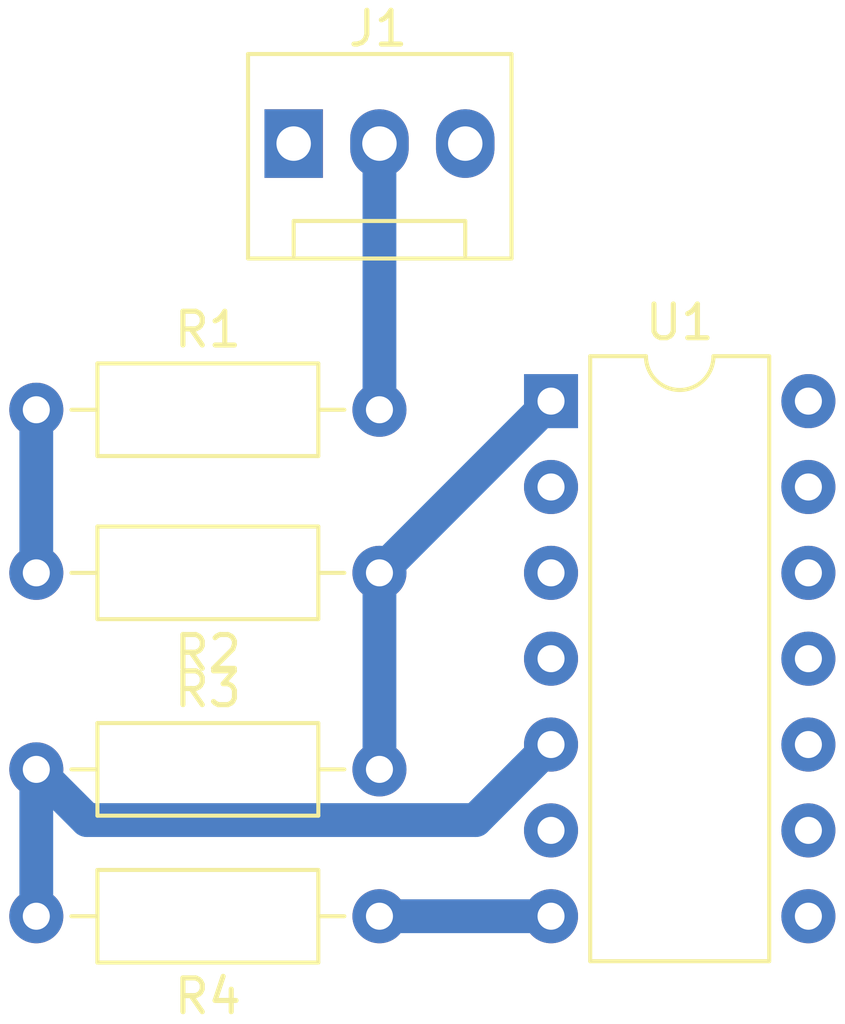
<source format=kicad_pcb>
(kicad_pcb (version 20171130) (host pcbnew "(5.1.4)-1")

  (general
    (thickness 1.6)
    (drawings 0)
    (tracks 10)
    (zones 0)
    (modules 6)
    (nets 8)
  )

  (page A4)
  (layers
    (0 F.Cu signal)
    (31 B.Cu signal)
    (32 B.Adhes user)
    (33 F.Adhes user)
    (34 B.Paste user)
    (35 F.Paste user)
    (36 B.SilkS user)
    (37 F.SilkS user)
    (38 B.Mask user)
    (39 F.Mask user)
    (40 Dwgs.User user)
    (41 Cmts.User user)
    (42 Eco1.User user)
    (43 Eco2.User user)
    (44 Edge.Cuts user)
    (45 Margin user)
    (46 B.CrtYd user)
    (47 F.CrtYd user)
    (48 B.Fab user)
    (49 F.Fab user)
  )

  (setup
    (last_trace_width 1)
    (trace_clearance 0.2)
    (zone_clearance 0.508)
    (zone_45_only no)
    (trace_min 1)
    (via_size 2)
    (via_drill 1)
    (via_min_size 2)
    (via_min_drill 0.3)
    (uvia_size 0.3)
    (uvia_drill 0.1)
    (uvias_allowed no)
    (uvia_min_size 0.3)
    (uvia_min_drill 0.1)
    (edge_width 0.05)
    (segment_width 0.2)
    (pcb_text_width 0.3)
    (pcb_text_size 1.5 1.5)
    (mod_edge_width 0.12)
    (mod_text_size 1 1)
    (mod_text_width 0.15)
    (pad_size 1.524 1.524)
    (pad_drill 0.762)
    (pad_to_mask_clearance 0.051)
    (solder_mask_min_width 0.25)
    (aux_axis_origin 0 0)
    (visible_elements FFFFFF7F)
    (pcbplotparams
      (layerselection 0x010fc_ffffffff)
      (usegerberextensions false)
      (usegerberattributes false)
      (usegerberadvancedattributes false)
      (creategerberjobfile false)
      (excludeedgelayer true)
      (linewidth 0.100000)
      (plotframeref false)
      (viasonmask false)
      (mode 1)
      (useauxorigin false)
      (hpglpennumber 1)
      (hpglpenspeed 20)
      (hpglpendiameter 15.000000)
      (psnegative false)
      (psa4output false)
      (plotreference true)
      (plotvalue true)
      (plotinvisibletext false)
      (padsonsilk false)
      (subtractmaskfromsilk false)
      (outputformat 1)
      (mirror false)
      (drillshape 1)
      (scaleselection 1)
      (outputdirectory ""))
  )

  (net 0 "")
  (net 1 "Net-(J1-Pad1)")
  (net 2 "Net-(J1-Pad2)")
  (net 3 "Net-(R1-Pad1)")
  (net 4 "Net-(R2-Pad1)")
  (net 5 "Net-(R3-Pad1)")
  (net 6 "Net-(R4-Pad1)")
  (net 7 GND)

  (net_class Default "Esta é a classe de rede padrão."
    (clearance 0.2)
    (trace_width 1)
    (via_dia 2)
    (via_drill 1)
    (uvia_dia 0.3)
    (uvia_drill 0.1)
    (diff_pair_width 1)
    (diff_pair_gap 0.25)
  )

  (net_class Teste ""
    (clearance 0.2)
    (trace_width 1)
    (via_dia 2)
    (via_drill 1)
    (uvia_dia 0.3)
    (uvia_drill 0.1)
    (diff_pair_width 1)
    (diff_pair_gap 0.25)
    (add_net GND)
    (add_net "Net-(J1-Pad1)")
    (add_net "Net-(J1-Pad2)")
    (add_net "Net-(R1-Pad1)")
    (add_net "Net-(R2-Pad1)")
    (add_net "Net-(R3-Pad1)")
    (add_net "Net-(R4-Pad1)")
  )

  (module Connector:FanPinHeader_1x03_P2.54mm_Vertical (layer F.Cu) (tedit 5A19DCDF) (tstamp 5DA8D677)
    (at 162.56 115.57)
    (descr "3-pin CPU fan Through hole pin header, see http://www.formfactors.org/developer%5Cspecs%5Crev1_2_public.pdf")
    (tags "pin header 3-pin CPU fan")
    (path /5DA8DB63)
    (fp_text reference J1 (at 2.5 -3.4) (layer F.SilkS)
      (effects (font (size 1 1) (thickness 0.15)))
    )
    (fp_text value Conn_01x02 (at 2.55 4.5) (layer F.Fab)
      (effects (font (size 1 1) (thickness 0.15)))
    )
    (fp_text user %R (at 2.45 1.8) (layer F.Fab)
      (effects (font (size 1 1) (thickness 0.15)))
    )
    (fp_line (start -1.35 3.4) (end -1.35 -2.65) (layer F.SilkS) (width 0.12))
    (fp_line (start -1.35 -2.65) (end 6.45 -2.65) (layer F.SilkS) (width 0.12))
    (fp_line (start 6.45 -2.65) (end 6.45 3.4) (layer F.SilkS) (width 0.12))
    (fp_line (start 6.45 3.4) (end -1.35 3.4) (layer F.SilkS) (width 0.12))
    (fp_line (start 5.05 3.3) (end 5.05 2.3) (layer F.Fab) (width 0.1))
    (fp_line (start 5.05 2.3) (end 0 2.3) (layer F.Fab) (width 0.1))
    (fp_line (start 0 2.3) (end 0 3.3) (layer F.Fab) (width 0.1))
    (fp_line (start -1.25 3.3) (end -1.25 -2.55) (layer F.Fab) (width 0.1))
    (fp_line (start -1.25 -2.55) (end 6.35 -2.55) (layer F.Fab) (width 0.1))
    (fp_line (start 6.35 -2.55) (end 6.35 3.3) (layer F.Fab) (width 0.1))
    (fp_line (start 6.35 3.3) (end -1.25 3.3) (layer F.Fab) (width 0.1))
    (fp_line (start 0 3.3) (end 0 2.29) (layer F.SilkS) (width 0.12))
    (fp_line (start 0 2.29) (end 5.08 2.29) (layer F.SilkS) (width 0.12))
    (fp_line (start 5.08 2.29) (end 5.08 3.3) (layer F.SilkS) (width 0.12))
    (fp_line (start -1.75 3.8) (end -1.75 -3.05) (layer F.CrtYd) (width 0.05))
    (fp_line (start -1.75 3.8) (end 6.85 3.8) (layer F.CrtYd) (width 0.05))
    (fp_line (start 6.85 -3.05) (end -1.75 -3.05) (layer F.CrtYd) (width 0.05))
    (fp_line (start 6.85 -3.05) (end 6.85 3.8) (layer F.CrtYd) (width 0.05))
    (pad 1 thru_hole rect (at 0 0 90) (size 2.03 1.73) (drill 1.02) (layers *.Cu *.Mask)
      (net 1 "Net-(J1-Pad1)"))
    (pad 2 thru_hole oval (at 2.54 0 90) (size 2.03 1.73) (drill 1.02) (layers *.Cu *.Mask)
      (net 2 "Net-(J1-Pad2)"))
    (pad 3 thru_hole oval (at 5.08 0 90) (size 2.03 1.73) (drill 1.02) (layers *.Cu *.Mask))
    (model ${KISYS3DMOD}/Connector.3dshapes/FanPinHeader_1x03_P2.54mm_Vertical.wrl
      (at (xyz 0 0 0))
      (scale (xyz 1 1 1))
      (rotate (xyz 0 0 0))
    )
  )

  (module Resistor_THT:R_Axial_DIN0207_L6.3mm_D2.5mm_P10.16mm_Horizontal (layer F.Cu) (tedit 5AE5139B) (tstamp 5DA8D68E)
    (at 154.94 123.445001)
    (descr "Resistor, Axial_DIN0207 series, Axial, Horizontal, pin pitch=10.16mm, 0.25W = 1/4W, length*diameter=6.3*2.5mm^2, http://cdn-reichelt.de/documents/datenblatt/B400/1_4W%23YAG.pdf")
    (tags "Resistor Axial_DIN0207 series Axial Horizontal pin pitch 10.16mm 0.25W = 1/4W length 6.3mm diameter 2.5mm")
    (path /5DA897CD)
    (fp_text reference R1 (at 5.08 -2.37) (layer F.SilkS)
      (effects (font (size 1 1) (thickness 0.15)))
    )
    (fp_text value R (at 5.08 2.37) (layer F.Fab)
      (effects (font (size 1 1) (thickness 0.15)))
    )
    (fp_line (start 1.93 -1.25) (end 1.93 1.25) (layer F.Fab) (width 0.1))
    (fp_line (start 1.93 1.25) (end 8.23 1.25) (layer F.Fab) (width 0.1))
    (fp_line (start 8.23 1.25) (end 8.23 -1.25) (layer F.Fab) (width 0.1))
    (fp_line (start 8.23 -1.25) (end 1.93 -1.25) (layer F.Fab) (width 0.1))
    (fp_line (start 0 0) (end 1.93 0) (layer F.Fab) (width 0.1))
    (fp_line (start 10.16 0) (end 8.23 0) (layer F.Fab) (width 0.1))
    (fp_line (start 1.81 -1.37) (end 1.81 1.37) (layer F.SilkS) (width 0.12))
    (fp_line (start 1.81 1.37) (end 8.35 1.37) (layer F.SilkS) (width 0.12))
    (fp_line (start 8.35 1.37) (end 8.35 -1.37) (layer F.SilkS) (width 0.12))
    (fp_line (start 8.35 -1.37) (end 1.81 -1.37) (layer F.SilkS) (width 0.12))
    (fp_line (start 1.04 0) (end 1.81 0) (layer F.SilkS) (width 0.12))
    (fp_line (start 9.12 0) (end 8.35 0) (layer F.SilkS) (width 0.12))
    (fp_line (start -1.05 -1.5) (end -1.05 1.5) (layer F.CrtYd) (width 0.05))
    (fp_line (start -1.05 1.5) (end 11.21 1.5) (layer F.CrtYd) (width 0.05))
    (fp_line (start 11.21 1.5) (end 11.21 -1.5) (layer F.CrtYd) (width 0.05))
    (fp_line (start 11.21 -1.5) (end -1.05 -1.5) (layer F.CrtYd) (width 0.05))
    (fp_text user %R (at 5.08 0) (layer F.Fab)
      (effects (font (size 1 1) (thickness 0.15)))
    )
    (pad 1 thru_hole circle (at 0 0) (size 1.6 1.6) (drill 0.8) (layers *.Cu *.Mask)
      (net 3 "Net-(R1-Pad1)"))
    (pad 2 thru_hole oval (at 10.16 0) (size 1.6 1.6) (drill 0.8) (layers *.Cu *.Mask)
      (net 2 "Net-(J1-Pad2)"))
    (model ${KISYS3DMOD}/Resistor_THT.3dshapes/R_Axial_DIN0207_L6.3mm_D2.5mm_P10.16mm_Horizontal.wrl
      (at (xyz 0 0 0))
      (scale (xyz 1 1 1))
      (rotate (xyz 0 0 0))
    )
  )

  (module Resistor_THT:R_Axial_DIN0207_L6.3mm_D2.5mm_P10.16mm_Horizontal (layer F.Cu) (tedit 5AE5139B) (tstamp 5DA8D6A5)
    (at 165.1 128.27 180)
    (descr "Resistor, Axial_DIN0207 series, Axial, Horizontal, pin pitch=10.16mm, 0.25W = 1/4W, length*diameter=6.3*2.5mm^2, http://cdn-reichelt.de/documents/datenblatt/B400/1_4W%23YAG.pdf")
    (tags "Resistor Axial_DIN0207 series Axial Horizontal pin pitch 10.16mm 0.25W = 1/4W length 6.3mm diameter 2.5mm")
    (path /5DA8A3D3)
    (fp_text reference R2 (at 5.08 -2.37) (layer F.SilkS)
      (effects (font (size 1 1) (thickness 0.15)))
    )
    (fp_text value R (at 5.08 2.37) (layer F.Fab)
      (effects (font (size 1 1) (thickness 0.15)))
    )
    (fp_text user %R (at 5.08 0) (layer F.Fab)
      (effects (font (size 1 1) (thickness 0.15)))
    )
    (fp_line (start 11.21 -1.5) (end -1.05 -1.5) (layer F.CrtYd) (width 0.05))
    (fp_line (start 11.21 1.5) (end 11.21 -1.5) (layer F.CrtYd) (width 0.05))
    (fp_line (start -1.05 1.5) (end 11.21 1.5) (layer F.CrtYd) (width 0.05))
    (fp_line (start -1.05 -1.5) (end -1.05 1.5) (layer F.CrtYd) (width 0.05))
    (fp_line (start 9.12 0) (end 8.35 0) (layer F.SilkS) (width 0.12))
    (fp_line (start 1.04 0) (end 1.81 0) (layer F.SilkS) (width 0.12))
    (fp_line (start 8.35 -1.37) (end 1.81 -1.37) (layer F.SilkS) (width 0.12))
    (fp_line (start 8.35 1.37) (end 8.35 -1.37) (layer F.SilkS) (width 0.12))
    (fp_line (start 1.81 1.37) (end 8.35 1.37) (layer F.SilkS) (width 0.12))
    (fp_line (start 1.81 -1.37) (end 1.81 1.37) (layer F.SilkS) (width 0.12))
    (fp_line (start 10.16 0) (end 8.23 0) (layer F.Fab) (width 0.1))
    (fp_line (start 0 0) (end 1.93 0) (layer F.Fab) (width 0.1))
    (fp_line (start 8.23 -1.25) (end 1.93 -1.25) (layer F.Fab) (width 0.1))
    (fp_line (start 8.23 1.25) (end 8.23 -1.25) (layer F.Fab) (width 0.1))
    (fp_line (start 1.93 1.25) (end 8.23 1.25) (layer F.Fab) (width 0.1))
    (fp_line (start 1.93 -1.25) (end 1.93 1.25) (layer F.Fab) (width 0.1))
    (pad 2 thru_hole oval (at 10.16 0 180) (size 1.6 1.6) (drill 0.8) (layers *.Cu *.Mask)
      (net 3 "Net-(R1-Pad1)"))
    (pad 1 thru_hole circle (at 0 0 180) (size 1.6 1.6) (drill 0.8) (layers *.Cu *.Mask)
      (net 4 "Net-(R2-Pad1)"))
    (model ${KISYS3DMOD}/Resistor_THT.3dshapes/R_Axial_DIN0207_L6.3mm_D2.5mm_P10.16mm_Horizontal.wrl
      (at (xyz 0 0 0))
      (scale (xyz 1 1 1))
      (rotate (xyz 0 0 0))
    )
  )

  (module Resistor_THT:R_Axial_DIN0207_L6.3mm_D2.5mm_P10.16mm_Horizontal (layer F.Cu) (tedit 5AE5139B) (tstamp 5DA8D6BC)
    (at 154.94 134.085001)
    (descr "Resistor, Axial_DIN0207 series, Axial, Horizontal, pin pitch=10.16mm, 0.25W = 1/4W, length*diameter=6.3*2.5mm^2, http://cdn-reichelt.de/documents/datenblatt/B400/1_4W%23YAG.pdf")
    (tags "Resistor Axial_DIN0207 series Axial Horizontal pin pitch 10.16mm 0.25W = 1/4W length 6.3mm diameter 2.5mm")
    (path /5DA8A972)
    (fp_text reference R3 (at 5.08 -2.37) (layer F.SilkS)
      (effects (font (size 1 1) (thickness 0.15)))
    )
    (fp_text value R (at 5.08 2.37) (layer F.Fab)
      (effects (font (size 1 1) (thickness 0.15)))
    )
    (fp_line (start 1.93 -1.25) (end 1.93 1.25) (layer F.Fab) (width 0.1))
    (fp_line (start 1.93 1.25) (end 8.23 1.25) (layer F.Fab) (width 0.1))
    (fp_line (start 8.23 1.25) (end 8.23 -1.25) (layer F.Fab) (width 0.1))
    (fp_line (start 8.23 -1.25) (end 1.93 -1.25) (layer F.Fab) (width 0.1))
    (fp_line (start 0 0) (end 1.93 0) (layer F.Fab) (width 0.1))
    (fp_line (start 10.16 0) (end 8.23 0) (layer F.Fab) (width 0.1))
    (fp_line (start 1.81 -1.37) (end 1.81 1.37) (layer F.SilkS) (width 0.12))
    (fp_line (start 1.81 1.37) (end 8.35 1.37) (layer F.SilkS) (width 0.12))
    (fp_line (start 8.35 1.37) (end 8.35 -1.37) (layer F.SilkS) (width 0.12))
    (fp_line (start 8.35 -1.37) (end 1.81 -1.37) (layer F.SilkS) (width 0.12))
    (fp_line (start 1.04 0) (end 1.81 0) (layer F.SilkS) (width 0.12))
    (fp_line (start 9.12 0) (end 8.35 0) (layer F.SilkS) (width 0.12))
    (fp_line (start -1.05 -1.5) (end -1.05 1.5) (layer F.CrtYd) (width 0.05))
    (fp_line (start -1.05 1.5) (end 11.21 1.5) (layer F.CrtYd) (width 0.05))
    (fp_line (start 11.21 1.5) (end 11.21 -1.5) (layer F.CrtYd) (width 0.05))
    (fp_line (start 11.21 -1.5) (end -1.05 -1.5) (layer F.CrtYd) (width 0.05))
    (fp_text user %R (at 5.08 0) (layer F.Fab)
      (effects (font (size 1 1) (thickness 0.15)))
    )
    (pad 1 thru_hole circle (at 0 0) (size 1.6 1.6) (drill 0.8) (layers *.Cu *.Mask)
      (net 5 "Net-(R3-Pad1)"))
    (pad 2 thru_hole oval (at 10.16 0) (size 1.6 1.6) (drill 0.8) (layers *.Cu *.Mask)
      (net 4 "Net-(R2-Pad1)"))
    (model ${KISYS3DMOD}/Resistor_THT.3dshapes/R_Axial_DIN0207_L6.3mm_D2.5mm_P10.16mm_Horizontal.wrl
      (at (xyz 0 0 0))
      (scale (xyz 1 1 1))
      (rotate (xyz 0 0 0))
    )
  )

  (module Resistor_THT:R_Axial_DIN0207_L6.3mm_D2.5mm_P10.16mm_Horizontal (layer F.Cu) (tedit 5AE5139B) (tstamp 5DA8D6D3)
    (at 165.1 138.43 180)
    (descr "Resistor, Axial_DIN0207 series, Axial, Horizontal, pin pitch=10.16mm, 0.25W = 1/4W, length*diameter=6.3*2.5mm^2, http://cdn-reichelt.de/documents/datenblatt/B400/1_4W%23YAG.pdf")
    (tags "Resistor Axial_DIN0207 series Axial Horizontal pin pitch 10.16mm 0.25W = 1/4W length 6.3mm diameter 2.5mm")
    (path /5DA8B726)
    (fp_text reference R4 (at 5.08 -2.37) (layer F.SilkS)
      (effects (font (size 1 1) (thickness 0.15)))
    )
    (fp_text value R (at 5.08 2.37) (layer F.Fab)
      (effects (font (size 1 1) (thickness 0.15)))
    )
    (fp_text user %R (at 5.08 0) (layer F.Fab)
      (effects (font (size 1 1) (thickness 0.15)))
    )
    (fp_line (start 11.21 -1.5) (end -1.05 -1.5) (layer F.CrtYd) (width 0.05))
    (fp_line (start 11.21 1.5) (end 11.21 -1.5) (layer F.CrtYd) (width 0.05))
    (fp_line (start -1.05 1.5) (end 11.21 1.5) (layer F.CrtYd) (width 0.05))
    (fp_line (start -1.05 -1.5) (end -1.05 1.5) (layer F.CrtYd) (width 0.05))
    (fp_line (start 9.12 0) (end 8.35 0) (layer F.SilkS) (width 0.12))
    (fp_line (start 1.04 0) (end 1.81 0) (layer F.SilkS) (width 0.12))
    (fp_line (start 8.35 -1.37) (end 1.81 -1.37) (layer F.SilkS) (width 0.12))
    (fp_line (start 8.35 1.37) (end 8.35 -1.37) (layer F.SilkS) (width 0.12))
    (fp_line (start 1.81 1.37) (end 8.35 1.37) (layer F.SilkS) (width 0.12))
    (fp_line (start 1.81 -1.37) (end 1.81 1.37) (layer F.SilkS) (width 0.12))
    (fp_line (start 10.16 0) (end 8.23 0) (layer F.Fab) (width 0.1))
    (fp_line (start 0 0) (end 1.93 0) (layer F.Fab) (width 0.1))
    (fp_line (start 8.23 -1.25) (end 1.93 -1.25) (layer F.Fab) (width 0.1))
    (fp_line (start 8.23 1.25) (end 8.23 -1.25) (layer F.Fab) (width 0.1))
    (fp_line (start 1.93 1.25) (end 8.23 1.25) (layer F.Fab) (width 0.1))
    (fp_line (start 1.93 -1.25) (end 1.93 1.25) (layer F.Fab) (width 0.1))
    (pad 2 thru_hole oval (at 10.16 0 180) (size 1.6 1.6) (drill 0.8) (layers *.Cu *.Mask)
      (net 5 "Net-(R3-Pad1)"))
    (pad 1 thru_hole circle (at 0 0 180) (size 1.6 1.6) (drill 0.8) (layers *.Cu *.Mask)
      (net 6 "Net-(R4-Pad1)"))
    (model ${KISYS3DMOD}/Resistor_THT.3dshapes/R_Axial_DIN0207_L6.3mm_D2.5mm_P10.16mm_Horizontal.wrl
      (at (xyz 0 0 0))
      (scale (xyz 1 1 1))
      (rotate (xyz 0 0 0))
    )
  )

  (module Package_DIP:DIP-14_W7.62mm (layer F.Cu) (tedit 5A02E8C5) (tstamp 5DA8D6F5)
    (at 170.18 123.19)
    (descr "14-lead though-hole mounted DIP package, row spacing 7.62 mm (300 mils)")
    (tags "THT DIP DIL PDIP 2.54mm 7.62mm 300mil")
    (path /5DA8763D)
    (fp_text reference U1 (at 3.81 -2.33) (layer F.SilkS)
      (effects (font (size 1 1) (thickness 0.15)))
    )
    (fp_text value LM324A (at 3.81 17.57) (layer F.Fab)
      (effects (font (size 1 1) (thickness 0.15)))
    )
    (fp_arc (start 3.81 -1.33) (end 2.81 -1.33) (angle -180) (layer F.SilkS) (width 0.12))
    (fp_line (start 1.635 -1.27) (end 6.985 -1.27) (layer F.Fab) (width 0.1))
    (fp_line (start 6.985 -1.27) (end 6.985 16.51) (layer F.Fab) (width 0.1))
    (fp_line (start 6.985 16.51) (end 0.635 16.51) (layer F.Fab) (width 0.1))
    (fp_line (start 0.635 16.51) (end 0.635 -0.27) (layer F.Fab) (width 0.1))
    (fp_line (start 0.635 -0.27) (end 1.635 -1.27) (layer F.Fab) (width 0.1))
    (fp_line (start 2.81 -1.33) (end 1.16 -1.33) (layer F.SilkS) (width 0.12))
    (fp_line (start 1.16 -1.33) (end 1.16 16.57) (layer F.SilkS) (width 0.12))
    (fp_line (start 1.16 16.57) (end 6.46 16.57) (layer F.SilkS) (width 0.12))
    (fp_line (start 6.46 16.57) (end 6.46 -1.33) (layer F.SilkS) (width 0.12))
    (fp_line (start 6.46 -1.33) (end 4.81 -1.33) (layer F.SilkS) (width 0.12))
    (fp_line (start -1.1 -1.55) (end -1.1 16.8) (layer F.CrtYd) (width 0.05))
    (fp_line (start -1.1 16.8) (end 8.7 16.8) (layer F.CrtYd) (width 0.05))
    (fp_line (start 8.7 16.8) (end 8.7 -1.55) (layer F.CrtYd) (width 0.05))
    (fp_line (start 8.7 -1.55) (end -1.1 -1.55) (layer F.CrtYd) (width 0.05))
    (fp_text user %R (at 3.81 7.62) (layer F.Fab)
      (effects (font (size 1 1) (thickness 0.15)))
    )
    (pad 1 thru_hole rect (at 0 0) (size 1.6 1.6) (drill 0.8) (layers *.Cu *.Mask)
      (net 4 "Net-(R2-Pad1)"))
    (pad 8 thru_hole oval (at 7.62 15.24) (size 1.6 1.6) (drill 0.8) (layers *.Cu *.Mask))
    (pad 2 thru_hole oval (at 0 2.54) (size 1.6 1.6) (drill 0.8) (layers *.Cu *.Mask)
      (net 7 GND))
    (pad 9 thru_hole oval (at 7.62 12.7) (size 1.6 1.6) (drill 0.8) (layers *.Cu *.Mask))
    (pad 3 thru_hole oval (at 0 5.08) (size 1.6 1.6) (drill 0.8) (layers *.Cu *.Mask)
      (net 3 "Net-(R1-Pad1)"))
    (pad 10 thru_hole oval (at 7.62 10.16) (size 1.6 1.6) (drill 0.8) (layers *.Cu *.Mask))
    (pad 4 thru_hole oval (at 0 7.62) (size 1.6 1.6) (drill 0.8) (layers *.Cu *.Mask))
    (pad 11 thru_hole oval (at 7.62 7.62) (size 1.6 1.6) (drill 0.8) (layers *.Cu *.Mask))
    (pad 5 thru_hole oval (at 0 10.16) (size 1.6 1.6) (drill 0.8) (layers *.Cu *.Mask)
      (net 5 "Net-(R3-Pad1)"))
    (pad 12 thru_hole oval (at 7.62 5.08) (size 1.6 1.6) (drill 0.8) (layers *.Cu *.Mask))
    (pad 6 thru_hole oval (at 0 12.7) (size 1.6 1.6) (drill 0.8) (layers *.Cu *.Mask)
      (net 7 GND))
    (pad 13 thru_hole oval (at 7.62 2.54) (size 1.6 1.6) (drill 0.8) (layers *.Cu *.Mask))
    (pad 7 thru_hole oval (at 0 15.24) (size 1.6 1.6) (drill 0.8) (layers *.Cu *.Mask)
      (net 6 "Net-(R4-Pad1)"))
    (pad 14 thru_hole oval (at 7.62 0) (size 1.6 1.6) (drill 0.8) (layers *.Cu *.Mask))
    (model ${KISYS3DMOD}/Package_DIP.3dshapes/DIP-14_W7.62mm.wrl
      (at (xyz 0 0 0))
      (scale (xyz 1 1 1))
      (rotate (xyz 0 0 0))
    )
  )

  (segment (start 165.1 115.57) (end 165.1 123.445001) (width 1) (layer B.Cu) (net 2))
  (segment (start 154.94 123.445001) (end 154.94 128.27) (width 1) (layer B.Cu) (net 3))
  (segment (start 170.18 123.19) (end 165.1 128.27) (width 1) (layer B.Cu) (net 4))
  (segment (start 165.1 128.27) (end 165.1 134.085001) (width 1) (layer B.Cu) (net 4))
  (segment (start 169.380001 134.149999) (end 170.18 133.35) (width 1) (layer B.Cu) (net 5))
  (segment (start 167.944998 135.585002) (end 169.380001 134.149999) (width 1) (layer B.Cu) (net 5))
  (segment (start 156.440001 135.585002) (end 167.944998 135.585002) (width 1) (layer B.Cu) (net 5))
  (segment (start 154.94 134.085001) (end 156.440001 135.585002) (width 1) (layer B.Cu) (net 5))
  (segment (start 154.94 134.085001) (end 154.94 138.43) (width 1) (layer B.Cu) (net 5))
  (segment (start 170.18 138.43) (end 165.1 138.43) (width 1) (layer B.Cu) (net 6))

)

</source>
